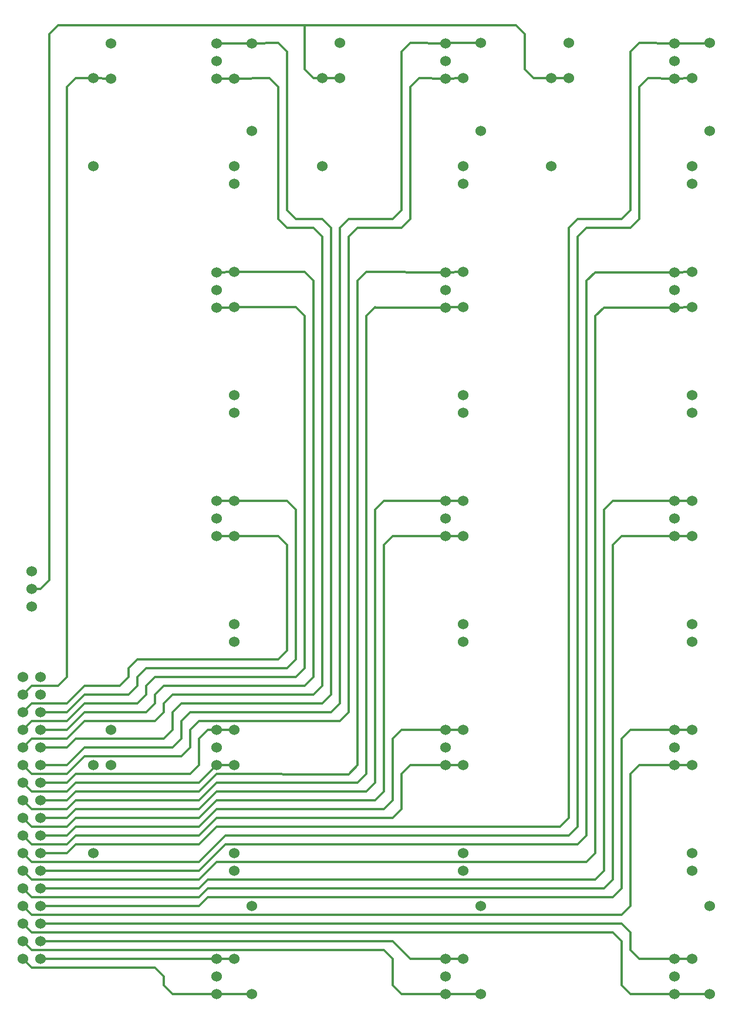
<source format=gtl>
G04 ---------------------------- Layer name :TOP LAYER*
G04 easyEDA 0.1*
G04 Scale: 100 percent, Rotated: No, Reflected: No *
G04 Dimensions in inches *
G04 leading zeros omitted , absolute positions ,2 integer and 4 * 
%FSLAX24Y24*%
%MOIN*%
G90*
G70D02*

%ADD11C,0.011810*%
%ADD12C,0.060000*%

%LPD*%
G54D11*
G01X20000Y115000D02*
G01X19500Y115000D01*
G01X19000Y115500D01*
G01X19000Y117500D01*
G01X19000Y118000D01*
G01X33000Y115000D02*
G01X32000Y115000D01*
G01X31500Y115500D01*
G01X31500Y117500D01*
G01X31000Y118000D01*
G01X5000Y118000D01*
G01X4500Y117500D01*
G01X4500Y86500D01*
G01X4000Y86000D01*
G01X3500Y86000D01*
G01X14000Y63000D02*
G01X16000Y63000D01*
G01X14000Y65000D02*
G01X15000Y65000D01*
G01X27000Y65000D02*
G01X28000Y65000D01*
G01X27000Y63000D02*
G01X29000Y63000D01*
G01X40000Y65000D02*
G01X41000Y65000D01*
G01X40000Y63000D02*
G01X42000Y63000D01*
G01X14000Y76000D02*
G01X15000Y76000D01*
G01X14000Y78000D02*
G01X15000Y78000D01*
G01X27000Y78000D02*
G01X28000Y78000D01*
G01X28000Y76000D02*
G01X27000Y76000D01*
G01X40000Y76000D02*
G01X41000Y76000D01*
G01X41000Y78000D02*
G01X40000Y78000D01*
G01X41000Y89000D02*
G01X40000Y89000D01*
G01X40000Y91000D02*
G01X41000Y91000D01*
G01X28000Y91000D02*
G01X27000Y91000D01*
G01X27000Y89000D02*
G01X28000Y89000D01*
G01X14000Y89000D02*
G01X15000Y89000D01*
G01X15000Y91000D02*
G01X14000Y91000D01*
G01X14000Y101998D02*
G01X14998Y101998D01*
G01X15000Y102000D01*
G01X15000Y104000D02*
G01X14000Y103998D01*
G01X27000Y103998D02*
G01X28000Y104000D01*
G01X28000Y102000D02*
G01X27001Y102000D01*
G01X27000Y101998D01*
G01X40000Y103998D02*
G01X41000Y104000D01*
G01X41000Y102000D02*
G01X40000Y101998D01*
G01X41000Y115000D02*
G01X40000Y114998D01*
G01X40000Y116998D02*
G01X41998Y116998D01*
G01X42000Y117000D01*
G01X29000Y117000D02*
G01X27001Y117000D01*
G01X27000Y116998D01*
G01X27000Y114998D02*
G01X28000Y115000D01*
G01X15000Y114998D02*
G01X14000Y114998D01*
G01X14000Y116998D02*
G01X16000Y116998D01*
G01X8000Y114998D02*
G01X7000Y115000D01*
G01X14000Y65000D02*
G01X4000Y65000D01*
G01X27000Y63000D02*
G01X24500Y63000D01*
G01X24000Y63500D01*
G01X24000Y65000D01*
G01X23500Y65500D01*
G01X3499Y65500D01*
G01X3000Y66000D01*
G01X40000Y63000D02*
G01X37500Y63000D01*
G01X36999Y63500D01*
G01X36999Y66000D01*
G01X36499Y66500D01*
G01X3499Y66500D01*
G01X3000Y67000D01*
G01X40000Y65000D02*
G01X38000Y65000D01*
G01X37499Y65500D01*
G01X37499Y66500D01*
G01X36999Y67000D01*
G01X4000Y67000D01*
G01X27000Y65000D02*
G01X25000Y65000D01*
G01X23999Y66000D01*
G01X4000Y66000D01*
G01X40000Y76000D02*
G01X37999Y76000D01*
G01X37499Y75500D01*
G01X37499Y68000D01*
G01X36999Y67500D01*
G01X3499Y67500D01*
G01X3000Y68000D01*
G01X40000Y78000D02*
G01X37499Y78000D01*
G01X36999Y77500D01*
G01X36999Y69000D01*
G01X36499Y68500D01*
G01X13500Y68500D01*
G01X13000Y68000D01*
G01X4000Y68000D01*
G01X14000Y63000D02*
G01X11500Y63000D01*
G01X11500Y63000D01*
G01X11000Y63500D01*
G01X11000Y64000D01*
G01X10500Y64500D01*
G01X3500Y64500D01*
G01X3499Y64500D01*
G01X3000Y65000D01*
G01X40000Y89000D02*
G01X37000Y89000D01*
G01X36999Y89000D01*
G01X36499Y88500D01*
G01X36499Y69500D01*
G01X35999Y69000D01*
G01X13500Y69000D01*
G01X13000Y68500D01*
G01X3499Y68500D01*
G01X3000Y69000D01*
G01X40000Y91000D02*
G01X36500Y91000D01*
G01X36499Y91000D01*
G01X35999Y90500D01*
G01X35999Y70000D01*
G01X35499Y69500D01*
G01X13500Y69500D01*
G01X13000Y69000D01*
G01X4000Y69000D01*
G01X4000Y69000D01*
G01X40000Y101998D02*
G01X35998Y101998D01*
G01X35499Y101500D01*
G01X35499Y71000D01*
G01X34999Y70500D01*
G01X14000Y70500D01*
G01X13000Y69500D01*
G01X3499Y69500D01*
G01X3000Y70000D01*
G01X40000Y103998D02*
G01X35498Y103998D01*
G01X34999Y103500D01*
G01X34999Y72000D01*
G01X34499Y71500D01*
G01X14500Y71500D01*
G01X13000Y70000D01*
G01X4000Y70000D01*
G01X4000Y70000D01*
G01X40000Y114998D02*
G01X38500Y115000D01*
G01X38000Y114500D01*
G01X38000Y107000D01*
G01X37500Y106500D01*
G01X35000Y106500D01*
G01X34500Y106000D01*
G01X34500Y72500D01*
G01X34000Y72000D01*
G01X14500Y72000D01*
G01X13000Y70500D01*
G01X3500Y70500D01*
G01X3500Y70500D01*
G01X3000Y71000D01*
G01X40000Y116998D02*
G01X38000Y117000D01*
G01X37500Y116500D01*
G01X37500Y107500D01*
G01X37000Y107000D01*
G01X34500Y107000D01*
G01X34000Y106500D01*
G01X34000Y73000D01*
G01X33500Y72500D01*
G01X14000Y72500D01*
G01X13000Y71500D01*
G01X8000Y71500D01*
G01X6000Y71500D01*
G01X5500Y71000D01*
G01X4000Y71000D01*
G01X4000Y71000D01*
G01X27000Y76000D02*
G01X25000Y76000D01*
G01X24999Y76000D01*
G01X24499Y75500D01*
G01X24499Y73500D01*
G01X24000Y73000D01*
G01X14000Y73000D01*
G01X13000Y72000D01*
G01X6000Y72000D01*
G01X5500Y71500D01*
G01X3500Y71500D01*
G01X3499Y71500D01*
G01X3000Y72000D01*
G01X27000Y78000D02*
G01X24500Y78000D01*
G01X24499Y78000D01*
G01X24499Y78000D01*
G01X24000Y77500D01*
G01X24000Y74000D01*
G01X23500Y73500D01*
G01X14000Y73500D01*
G01X13000Y72500D01*
G01X6000Y72500D01*
G01X5500Y72000D01*
G01X4000Y72000D01*
G01X4000Y72000D01*
G01X27000Y89000D02*
G01X23999Y89000D01*
G01X23500Y88500D01*
G01X23500Y74500D01*
G01X23000Y74000D01*
G01X14000Y74000D01*
G01X13000Y73000D01*
G01X6000Y73000D01*
G01X5500Y72500D01*
G01X3500Y72500D01*
G01X3499Y72500D01*
G01X3000Y73000D01*
G01X27000Y91000D02*
G01X23500Y91000D01*
G01X23500Y91000D01*
G01X23000Y90500D01*
G01X23000Y75000D01*
G01X22500Y74500D01*
G01X14000Y74500D01*
G01X13000Y73500D01*
G01X6000Y73500D01*
G01X5500Y73000D01*
G01X4000Y73000D01*
G01X4000Y73000D01*
G01X27000Y101998D02*
G01X23001Y101998D01*
G01X23000Y102000D01*
G01X22500Y101500D01*
G01X22500Y75500D01*
G01X22000Y75000D01*
G01X14000Y75000D01*
G01X13000Y74000D01*
G01X6000Y74000D01*
G01X5500Y73500D01*
G01X3500Y73500D01*
G01X3499Y73500D01*
G01X3000Y74000D01*
G01X27000Y103998D02*
G01X22500Y104000D01*
G01X22000Y103500D01*
G01X22000Y76000D01*
G01X21499Y75499D01*
G01X14000Y75500D01*
G01X13000Y74500D01*
G01X6000Y74500D01*
G01X5500Y74000D01*
G01X4000Y74000D01*
G01X14000Y76000D02*
G01X13999Y76000D01*
G01X13000Y75000D01*
G01X6000Y75000D01*
G01X5500Y74500D01*
G01X3500Y74500D01*
G01X3499Y74500D01*
G01X3000Y75000D01*
G01X14000Y78000D02*
G01X13500Y78000D01*
G01X13000Y77500D01*
G01X13000Y76000D01*
G01X12499Y75500D01*
G01X6000Y75500D01*
G01X5500Y75000D01*
G01X4000Y75000D01*
G01X27000Y114998D02*
G01X25500Y115000D01*
G01X25000Y114500D01*
G01X25000Y107000D01*
G01X24500Y106500D01*
G01X22000Y106500D01*
G01X21500Y106000D01*
G01X21500Y79000D01*
G01X21000Y78500D01*
G01X13000Y78500D01*
G01X12500Y78000D01*
G01X12500Y77000D01*
G01X12000Y76500D01*
G01X6500Y76500D01*
G01X6000Y76000D01*
G01X5500Y75500D01*
G01X3500Y75500D01*
G01X3000Y76000D01*
G01X27000Y116998D02*
G01X25000Y117000D01*
G01X24500Y116500D01*
G01X24500Y107500D01*
G01X24000Y107000D01*
G01X21500Y107000D01*
G01X21000Y106500D01*
G01X21000Y79500D01*
G01X20500Y79000D01*
G01X12500Y79000D01*
G01X12000Y78500D01*
G01X12000Y77500D01*
G01X11500Y77000D01*
G01X6500Y77000D01*
G01X5500Y76000D01*
G01X4000Y76000D01*
G01X4000Y76000D01*
G01X16000Y116998D02*
G01X17500Y117000D01*
G01X18000Y116500D01*
G01X18000Y107500D01*
G01X18500Y107000D01*
G01X20000Y107000D01*
G01X20500Y106500D01*
G01X20500Y80000D01*
G01X20000Y79500D01*
G01X12000Y79500D01*
G01X11500Y79000D01*
G01X11500Y78000D01*
G01X11000Y77500D01*
G01X6000Y77500D01*
G01X5500Y77000D01*
G01X4000Y77000D01*
G01X3000Y77000D02*
G01X3500Y77500D01*
G01X5500Y77500D01*
G01X6500Y78500D01*
G01X10500Y78500D01*
G01X11000Y79000D01*
G01X11000Y79500D01*
G01X11500Y80000D01*
G01X19500Y80000D01*
G01X20000Y80500D01*
G01X20000Y106000D01*
G01X19500Y106500D01*
G01X18000Y106500D01*
G01X17500Y107000D01*
G01X17500Y114500D01*
G01X17000Y115000D01*
G01X15000Y114998D01*
G01X15000Y104000D02*
G01X19000Y104000D01*
G01X19500Y103500D01*
G01X19500Y81000D01*
G01X19000Y80500D01*
G01X11500Y80500D01*
G01X11000Y80500D01*
G01X10500Y80000D01*
G01X10500Y79500D01*
G01X10000Y79000D01*
G01X6500Y79000D01*
G01X5500Y78000D01*
G01X4000Y78000D01*
G01X4000Y78000D01*
G01X15000Y102000D02*
G01X18500Y102000D01*
G01X19000Y101500D01*
G01X19000Y81500D01*
G01X18500Y81000D01*
G01X10500Y81000D01*
G01X10000Y80500D01*
G01X10000Y80000D01*
G01X9500Y79500D01*
G01X6500Y79500D01*
G01X5500Y78500D01*
G01X3500Y78500D01*
G01X3500Y78500D01*
G01X3000Y78000D01*
G01X15000Y91000D02*
G01X18000Y91000D01*
G01X18500Y90500D01*
G01X18500Y82000D01*
G01X18000Y81500D01*
G01X10500Y81500D01*
G01X10000Y81500D01*
G01X9500Y81000D01*
G01X9500Y80500D01*
G01X9000Y80000D01*
G01X6500Y80000D01*
G01X5500Y79000D01*
G01X4000Y79000D01*
G01X4000Y79000D01*
G01X15000Y89000D02*
G01X17500Y89000D01*
G01X18000Y88500D01*
G01X18000Y82500D01*
G01X17500Y82000D01*
G01X9500Y82000D01*
G01X9000Y81500D01*
G01X9000Y81000D01*
G01X8500Y80500D01*
G01X6500Y80500D01*
G01X5500Y79500D01*
G01X3500Y79500D01*
G01X3500Y79500D01*
G01X3000Y79000D01*
G01X7000Y115000D02*
G01X6000Y115000D01*
G01X5500Y114500D01*
G01X5500Y81000D01*
G01X4999Y80500D01*
G01X3500Y80500D01*
G01X3000Y80000D01*
G01X34000Y115000D02*
G01X33000Y115000D01*
G01X21000Y115000D02*
G01X20000Y115000D01*
G54D12*
G01X3000Y65000D03*
G01X3000Y66000D03*
G01X3000Y67000D03*
G01X3000Y68000D03*
G01X3000Y69000D03*
G01X3000Y70000D03*
G01X3000Y71000D03*
G01X3000Y72000D03*
G01X3000Y73000D03*
G01X3000Y74000D03*
G01X3000Y75000D03*
G01X3000Y76000D03*
G01X3000Y77000D03*
G01X3000Y78000D03*
G01X3000Y79000D03*
G01X3000Y80000D03*
G01X3000Y81000D03*
G01X4000Y81000D03*
G01X4000Y80000D03*
G01X4000Y79000D03*
G01X4000Y78000D03*
G01X4000Y77000D03*
G01X4000Y76000D03*
G01X4000Y75000D03*
G01X4000Y74000D03*
G01X4000Y73000D03*
G01X4000Y71000D03*
G01X4000Y71000D03*
G01X4000Y72000D03*
G01X4000Y70000D03*
G01X4000Y69000D03*
G01X4000Y68000D03*
G01X4000Y67000D03*
G01X4000Y66000D03*
G01X4000Y65000D03*
G01X8000Y116998D03*
G01X8000Y114998D03*
G01X14000Y116998D03*
G01X14000Y115998D03*
G01X14000Y114998D03*
G01X27000Y116998D03*
G01X40000Y116998D03*
G01X27000Y115998D03*
G01X27000Y114998D03*
G01X40000Y115998D03*
G01X40000Y114998D03*
G01X14000Y103998D03*
G01X14000Y102998D03*
G01X14000Y101998D03*
G01X27000Y103998D03*
G01X27000Y102998D03*
G01X27000Y101998D03*
G01X40000Y103998D03*
G01X40000Y102998D03*
G01X40000Y101998D03*
G01X14000Y91000D03*
G01X14000Y90000D03*
G01X14000Y89000D03*
G01X27000Y91000D03*
G01X27000Y90000D03*
G01X27000Y89000D03*
G01X40000Y91000D03*
G01X40000Y90000D03*
G01X40000Y89000D03*
G01X14000Y78000D03*
G01X14000Y77000D03*
G01X14000Y76000D03*
G01X27000Y78000D03*
G01X27000Y77000D03*
G01X27000Y76000D03*
G01X40000Y78000D03*
G01X40000Y77000D03*
G01X40000Y76000D03*
G01X14000Y65000D03*
G01X14000Y64000D03*
G01X14000Y63000D03*
G01X27000Y65000D03*
G01X27000Y64000D03*
G01X27000Y63000D03*
G01X40000Y65000D03*
G01X40000Y64000D03*
G01X40000Y63000D03*
G01X8000Y78000D03*
G01X8000Y76000D03*
G01X15000Y114998D03*
G01X16000Y116998D03*
G01X7000Y115000D03*
G01X7000Y110000D03*
G01X15000Y110000D03*
G01X16000Y112000D03*
G01X28000Y115000D03*
G01X29000Y117000D03*
G01X28000Y110000D03*
G01X28000Y109000D03*
G01X29000Y112000D03*
G01X15000Y109000D03*
G01X15000Y104000D03*
G01X15000Y102000D03*
G01X28000Y102000D03*
G01X28000Y104000D03*
G01X41000Y115000D03*
G01X42000Y117000D03*
G01X42000Y112000D03*
G01X41000Y110000D03*
G01X41000Y109000D03*
G01X41000Y104000D03*
G01X41000Y102000D03*
G01X41000Y97000D03*
G01X28000Y97000D03*
G01X15000Y97000D03*
G01X15000Y96000D03*
G01X28000Y96000D03*
G01X41000Y96000D03*
G01X15000Y91000D03*
G01X15000Y89000D03*
G01X28000Y91000D03*
G01X28000Y89000D03*
G01X41000Y91000D03*
G01X41000Y89000D03*
G01X28000Y84000D03*
G01X15000Y84000D03*
G01X15000Y83000D03*
G01X15000Y78000D03*
G01X28000Y78000D03*
G01X28000Y83000D03*
G01X41000Y83000D03*
G01X41000Y78000D03*
G01X41000Y76000D03*
G01X41000Y71000D03*
G01X28000Y76000D03*
G01X28000Y71000D03*
G01X15000Y71000D03*
G01X15000Y76000D03*
G01X41000Y84000D03*
G01X41000Y70000D03*
G01X42000Y68000D03*
G01X42000Y63000D03*
G01X41000Y65000D03*
G01X29000Y63000D03*
G01X28000Y65000D03*
G01X29000Y68000D03*
G01X28000Y70000D03*
G01X15000Y70000D03*
G01X16000Y68000D03*
G01X16000Y63000D03*
G01X15000Y65000D03*
G01X7000Y76000D03*
G01X7000Y71000D03*
G01X3500Y87000D03*
G01X3500Y86000D03*
G01X3500Y85000D03*
G01X34000Y115000D03*
G01X34000Y117000D03*
G01X33000Y115000D03*
G01X33000Y110000D03*
G01X21000Y115000D03*
G01X21000Y117000D03*
G01X20000Y115000D03*
G01X20000Y110000D03*
G01X3000Y65000D03*
G01X3000Y66000D03*
G01X3000Y67000D03*
G01X3000Y68000D03*
G01X3000Y69000D03*
G01X3000Y70000D03*
G01X3000Y71000D03*
G01X3000Y72000D03*
G01X3000Y73000D03*
G01X3000Y74000D03*
G01X3000Y75000D03*
G01X3000Y76000D03*
G01X3000Y77000D03*
G01X3000Y78000D03*
G01X3000Y79000D03*
G01X3000Y80000D03*
G01X3000Y81000D03*
G01X4000Y81000D03*
G01X4000Y80000D03*
G01X4000Y79000D03*
G01X4000Y78000D03*
G01X4000Y77000D03*
G01X4000Y76000D03*
G01X4000Y75000D03*
G01X4000Y74000D03*
G01X4000Y73000D03*
G01X4000Y71000D03*
G01X4000Y71000D03*
G01X4000Y72000D03*
G01X4000Y70000D03*
G01X4000Y69000D03*
G01X4000Y68000D03*
G01X4000Y67000D03*
G01X4000Y66000D03*
G01X4000Y65000D03*
G01X8000Y116998D03*
G01X8000Y114998D03*
G01X14000Y116998D03*
G01X14000Y115998D03*
G01X14000Y114998D03*
G01X27000Y116998D03*
G01X40000Y116998D03*
G01X27000Y115998D03*
G01X27000Y114998D03*
G01X40000Y115998D03*
G01X40000Y114998D03*
G01X14000Y103998D03*
G01X14000Y102998D03*
G01X14000Y101998D03*
G01X27000Y103998D03*
G01X27000Y102998D03*
G01X27000Y101998D03*
G01X40000Y103998D03*
G01X40000Y102998D03*
G01X40000Y101998D03*
G01X14000Y91000D03*
G01X14000Y90000D03*
G01X14000Y89000D03*
G01X27000Y91000D03*
G01X27000Y90000D03*
G01X27000Y89000D03*
G01X40000Y91000D03*
G01X40000Y90000D03*
G01X40000Y89000D03*
G01X14000Y78000D03*
G01X14000Y77000D03*
G01X14000Y76000D03*
G01X27000Y78000D03*
G01X27000Y77000D03*
G01X27000Y76000D03*
G01X40000Y78000D03*
G01X40000Y77000D03*
G01X40000Y76000D03*
G01X14000Y65000D03*
G01X14000Y64000D03*
G01X14000Y63000D03*
G01X27000Y65000D03*
G01X27000Y64000D03*
G01X27000Y63000D03*
G01X40000Y65000D03*
G01X40000Y64000D03*
G01X40000Y63000D03*
G01X8000Y78000D03*
G01X8000Y76000D03*
G01X15000Y114998D03*
G01X16000Y116998D03*
G01X7000Y115000D03*
G01X7000Y110000D03*
G01X15000Y110000D03*
G01X16000Y112000D03*
G01X28000Y115000D03*
G01X29000Y117000D03*
G01X28000Y110000D03*
G01X28000Y109000D03*
G01X29000Y112000D03*
G01X15000Y109000D03*
G01X15000Y104000D03*
G01X15000Y102000D03*
G01X28000Y102000D03*
G01X28000Y104000D03*
G01X41000Y115000D03*
G01X42000Y117000D03*
G01X42000Y112000D03*
G01X41000Y110000D03*
G01X41000Y109000D03*
G01X41000Y104000D03*
G01X41000Y102000D03*
G01X41000Y97000D03*
G01X28000Y97000D03*
G01X15000Y97000D03*
G01X15000Y96000D03*
G01X28000Y96000D03*
G01X41000Y96000D03*
G01X15000Y91000D03*
G01X15000Y89000D03*
G01X28000Y91000D03*
G01X28000Y89000D03*
G01X41000Y91000D03*
G01X41000Y89000D03*
G01X28000Y84000D03*
G01X15000Y84000D03*
G01X15000Y83000D03*
G01X15000Y78000D03*
G01X28000Y78000D03*
G01X28000Y83000D03*
G01X41000Y83000D03*
G01X41000Y78000D03*
G01X41000Y76000D03*
G01X41000Y71000D03*
G01X28000Y76000D03*
G01X28000Y71000D03*
G01X15000Y71000D03*
G01X15000Y76000D03*
G01X41000Y84000D03*
G01X41000Y70000D03*
G01X42000Y68000D03*
G01X42000Y63000D03*
G01X41000Y65000D03*
G01X29000Y63000D03*
G01X28000Y65000D03*
G01X29000Y68000D03*
G01X28000Y70000D03*
G01X15000Y70000D03*
G01X16000Y68000D03*
G01X16000Y63000D03*
G01X15000Y65000D03*
G01X7000Y76000D03*
G01X7000Y71000D03*
G01X3500Y87000D03*
G01X3500Y86000D03*
G01X3500Y85000D03*
G01X34000Y115000D03*
G01X34000Y117000D03*
G01X33000Y115000D03*
G01X33000Y110000D03*
G01X21000Y115000D03*
G01X21000Y117000D03*
G01X20000Y115000D03*
G01X20000Y110000D03*

M00*
M02*
</source>
